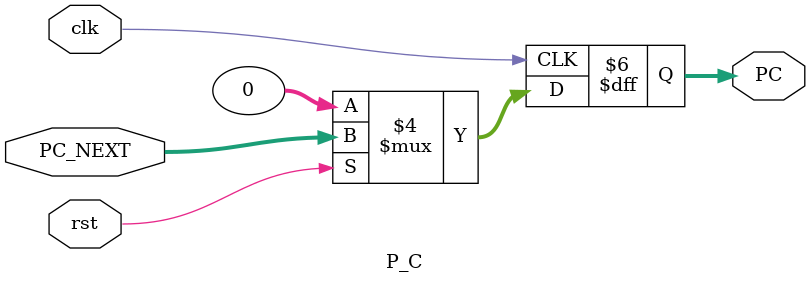
<source format=v>

module P_C(PC_NEXT,PC,rst,clk);
input [31:0] PC_NEXT;
input rst,clk;
output reg [31:0] PC;

always @(posedge clk)
begin
if(rst==1'b0)begin
PC <= 32'h00000000;
end
else
begin
PC<=PC_NEXT;
end
end
   
endmodule

</source>
